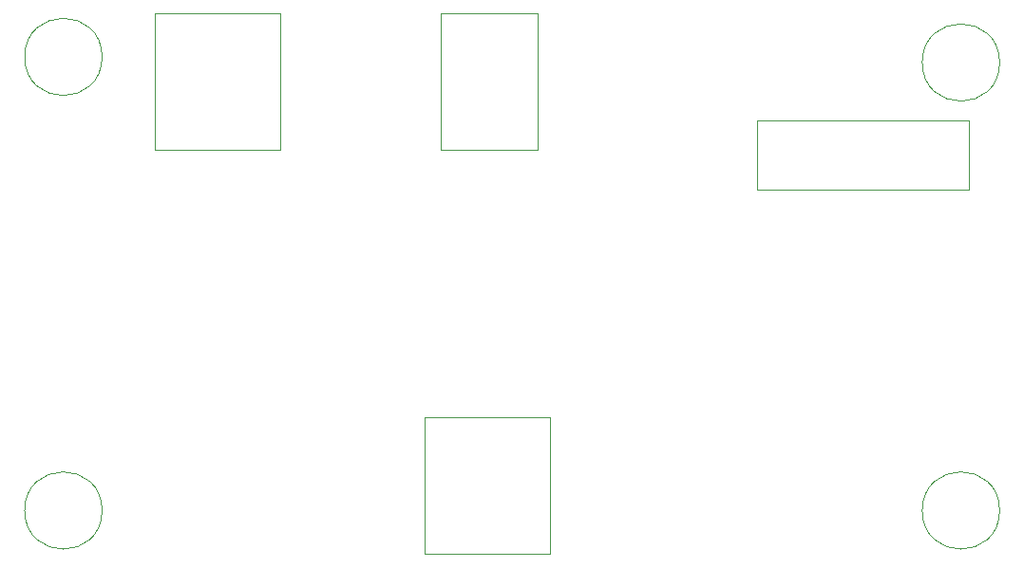
<source format=gbr>
G04 #@! TF.FileFunction,Other,User*
%FSLAX46Y46*%
G04 Gerber Fmt 4.6, Leading zero omitted, Abs format (unit mm)*
G04 Created by KiCad (PCBNEW 4.0.6) date Thursday, 29 June 2017 'AMt' 11:53:14*
%MOMM*%
%LPD*%
G01*
G04 APERTURE LIST*
%ADD10C,0.100000*%
%ADD11C,0.050000*%
G04 APERTURE END LIST*
D10*
D11*
X112120000Y-47800000D02*
X123320000Y-47800000D01*
X123320000Y-47800000D02*
X123320000Y-35600000D01*
X123320000Y-35600000D02*
X112120000Y-35600000D01*
X112120000Y-35600000D02*
X112120000Y-47800000D01*
X184680000Y-45190000D02*
X165830000Y-45190000D01*
X165830000Y-45190000D02*
X165830000Y-51340000D01*
X165830000Y-51340000D02*
X184680000Y-51340000D01*
X184680000Y-51340000D02*
X184680000Y-45190000D01*
X137600000Y-47800000D02*
X146250000Y-47800000D01*
X146250000Y-47800000D02*
X146250000Y-35600000D01*
X146250000Y-35600000D02*
X137600000Y-35600000D01*
X137600000Y-35600000D02*
X137600000Y-47800000D01*
X147380000Y-71700000D02*
X136180000Y-71700000D01*
X136180000Y-71700000D02*
X136180000Y-83900000D01*
X136180000Y-83900000D02*
X147380000Y-83900000D01*
X147380000Y-83900000D02*
X147380000Y-71700000D01*
X107450000Y-39500000D02*
G75*
G03X107450000Y-39500000I-3450000J0D01*
G01*
X107450000Y-80000000D02*
G75*
G03X107450000Y-80000000I-3450000J0D01*
G01*
X187450000Y-80000000D02*
G75*
G03X187450000Y-80000000I-3450000J0D01*
G01*
X187450000Y-40000000D02*
G75*
G03X187450000Y-40000000I-3450000J0D01*
G01*
M02*

</source>
